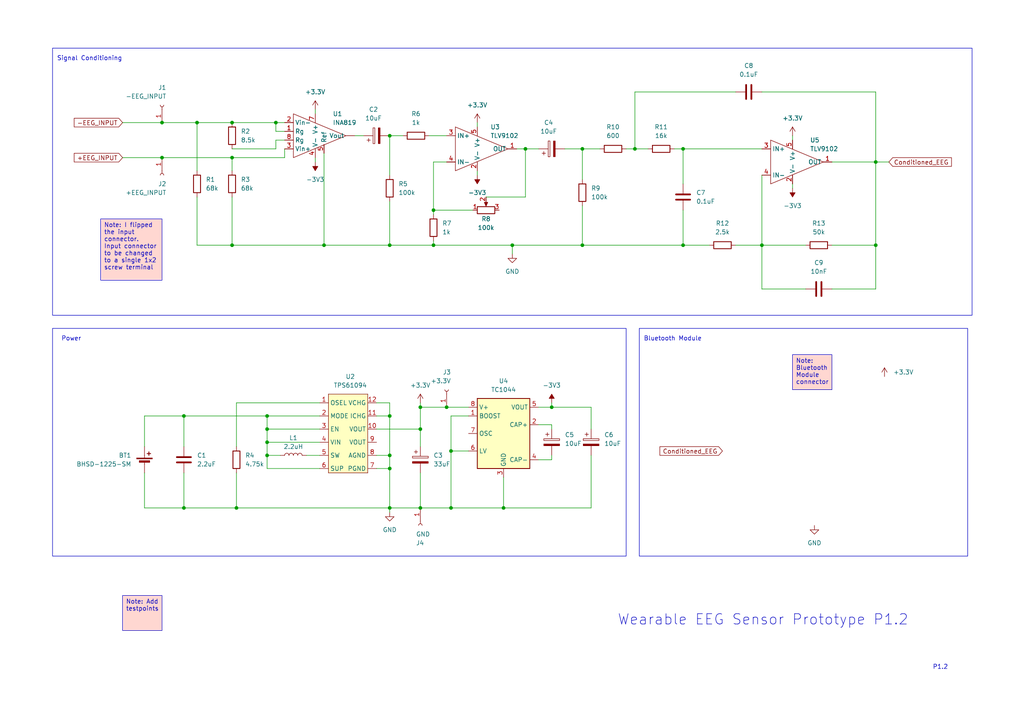
<source format=kicad_sch>
(kicad_sch (version 20230121) (generator eeschema)
  (paper "A4")
  (lib_symbols
    (symbol "Connector:Conn_01x01_Socket" (pin_names (offset 1.016) hide)
      (property "Reference" "J" (at 0 2.54 0))
      (property "Value" "Conn_01x01_Socket" (at 0 -2.54 0))
      (symbol "Conn_01x01_Socket_1_1"
        (polyline (pts (xy -1.27 0) (xy -0.508 0)) (stroke (width 0.1524)))
        (arc (start 0 0.508) (mid -0.5058 0) (end 0 -0.508) (stroke (width 0.1524)))
        (pin passive line (at -5.08 0 0) (length 3.81) (name "Pin_1") (number "1"))
      )
    )
    (symbol "Device:Battery_Cell" (pin_numbers hide) (pin_names (offset 0) hide)
      (property "Reference" "BT" (at 2.54 2.54 0))
      (property "Value" "Battery_Cell" (at 2.54 0 0))
      (symbol "Battery_Cell_0_1"
        (rectangle (start -2.286 1.778) (end 2.286 1.524) (fill (type outline)))
        (rectangle (start -1.524 1.016) (end 1.524 0.508) (fill (type outline)))
        (polyline (pts (xy 0 0.762) (xy 0 0)))
        (polyline (pts (xy 0 1.778) (xy 0 2.54)))
        (polyline (pts (xy 0.762 3.048) (xy 1.778 3.048)) (stroke (width 0.254)))
        (polyline (pts (xy 1.27 3.556) (xy 1.27 2.54)) (stroke (width 0.254)))
      )
      (symbol "Battery_Cell_1_1"
        (pin passive line (at 0 5.08 270) (length 2.54) (name "+") (number "1"))
        (pin passive line (at 0 -2.54 90) (length 2.54) (name "-") (number "2"))
      )
    )
    (symbol "Device:C" (pin_numbers hide) (pin_names (offset 0.254))
      (property "Reference" "C" (at 0.635 2.54 0))
      (property "Value" "C" (at 0.635 -2.54 0))
      (symbol "C_0_1"
        (polyline (pts (xy -2.032 -0.762) (xy 2.032 -0.762)) (stroke (width 0.508)))
        (polyline (pts (xy -2.032 0.762) (xy 2.032 0.762)) (stroke (width 0.508)))
      )
      (symbol "C_1_1"
        (pin passive line (at 0 3.81 270) (length 2.794) (name "~") (number "1"))
        (pin passive line (at 0 -3.81 90) (length 2.794) (name "~") (number "2"))
      )
    )
    (symbol "Device:C_Polarized" (pin_numbers hide) (pin_names (offset 0.254))
      (property "Reference" "C" (at 0.635 2.54 0))
      (property "Value" "C_Polarized" (at 0.635 -2.54 0))
      (symbol "C_Polarized_0_1"
        (rectangle (start -2.286 0.508) (end 2.286 1.016))
        (polyline (pts (xy -1.778 2.286) (xy -0.762 2.286)))
        (polyline (pts (xy -1.27 2.794) (xy -1.27 1.778)))
        (rectangle (start 2.286 -0.508) (end -2.286 -1.016) (fill (type outline)))
      )
      (symbol "C_Polarized_1_1"
        (pin passive line (at 0 3.81 270) (length 2.794) (name "~") (number "1"))
        (pin passive line (at 0 -3.81 90) (length 2.794) (name "~") (number "2"))
      )
    )
    (symbol "Device:L" (pin_numbers hide) (pin_names (offset 1.016) hide)
      (property "Reference" "L" (at -1.27 0 90))
      (property "Value" "L" (at 1.905 0 90))
      (symbol "L_0_1"
        (arc (start 0 -2.54) (mid 0.6323 -1.905) (end 0 -1.27))
        (arc (start 0 -1.27) (mid 0.6323 -0.635) (end 0 0))
        (arc (start 0 0) (mid 0.6323 0.635) (end 0 1.27))
        (arc (start 0 1.27) (mid 0.6323 1.905) (end 0 2.54))
      )
      (symbol "L_1_1"
        (pin passive line (at 0 3.81 270) (length 1.27) (name "1") (number "1"))
        (pin passive line (at 0 -3.81 90) (length 1.27) (name "2") (number "2"))
      )
    )
    (symbol "Device:R" (pin_numbers hide) (pin_names (offset 0))
      (property "Reference" "R" (at 2.032 0 90))
      (property "Value" "R" (at 0 0 90))
      (symbol "R_0_1"
        (rectangle (start -1.016 -2.54) (end 1.016 2.54) (stroke (width 0.254)))
      )
      (symbol "R_1_1"
        (pin passive line (at 0 3.81 270) (length 1.27) (name "~") (number "1"))
        (pin passive line (at 0 -3.81 90) (length 1.27) (name "~") (number "2"))
      )
    )
    (symbol "Device:R_Potentiometer" (pin_names (offset 1.016) hide)
      (property "Reference" "RV" (at -4.445 0 90))
      (property "Value" "R_Potentiometer" (at -2.54 0 90))
      (symbol "R_Potentiometer_0_1"
        (polyline (pts (xy 2.54 0) (xy 1.524 0)))
        (polyline (pts (xy 1.143 0) (xy 2.286 0.508) (xy 2.286 -0.508) (xy 1.143 0)) (fill (type outline)))
        (rectangle (start 1.016 2.54) (end -1.016 -2.54) (stroke (width 0.254)))
      )
      (symbol "R_Potentiometer_1_1"
        (pin passive line (at 0 3.81 270) (length 1.27) (name "1") (number "1"))
        (pin passive line (at 3.81 0 180) (length 1.27) (name "2") (number "2"))
        (pin passive line (at 0 -3.81 90) (length 1.27) (name "3") (number "3"))
      )
    )
    (symbol "My_Library:INA118"
      (property "Reference" "U" (at 3.81 6.35 0))
      (symbol "INA118_0_1"
        (polyline (pts (xy -5.08 5.08) (xy -5.08 -6.35) (xy 10.16 0) (xy -5.08 6.35) (xy -5.08 5.08)))
      )
      (symbol "INA118_1_0"
        (pin bidirectional line (at 12.7 0 180) (length 2.54) (name "Vout") (number ""))
        (pin bidirectional line (at -7.62 1.27 0) (length 2.54) (name "Rg") (number "1"))
        (pin input line (at -7.62 3.81 0) (length 2.54) (name "Vin-") (number "2"))
        (pin input line (at -7.62 -3.81 0) (length 2.54) (name "Vin+") (number "3"))
        (pin bidirectional line (at 1.27 -6.35 90) (length 2.54) (name "V-") (number "4"))
        (pin bidirectional line (at 3.81 -5.08 90) (length 2.54) (name "Ref") (number "5"))
        (pin bidirectional line (at 1.27 6.35 270) (length 2.54) (name "V+") (number "7"))
        (pin bidirectional line (at -7.62 -1.27 0) (length 2.54) (name "Rg") (number "8"))
      )
    )
    (symbol "My_Library:TLV9101"
      (property "Reference" "U" (at 0 8.89 0))
      (symbol "TLV9101_0_1"
        (polyline (pts (xy 0 7.62) (xy 0 -5.08) (xy 15.24 1.27) (xy 0 7.62)))
      )
      (symbol "TLV9101_1_0"
        (pin output line (at 17.78 1.27 180) (length 2.54) (name "OUT") (number "1"))
        (pin input line (at 6.35 -5.08 90) (length 2.54) (name "V-") (number "2"))
        (pin input line (at -2.54 5.08 0) (length 2.54) (name "IN+") (number "3"))
        (pin input line (at -2.54 -2.54 0) (length 2.54) (name "IN-") (number "4"))
        (pin input line (at 6.35 7.62 270) (length 2.54) (name "V+") (number "5"))
      )
    )
    (symbol "My_Library:TPS61094"
      (property "Reference" "U1" (at 1.27 5.08 0))
      (property "Value" "TPS61094" (at 1.27 2.54 0))
      (symbol "TPS61094_1_1"
        (polyline (pts (xy -5.08 0) (xy -5.08 -22.86) (xy 6.35 -22.86) (xy 6.35 0) (xy -5.08 0)) (fill (type background)))
        (pin input line (at -7.62 -2.54 0) (length 2.54) (name "OSEL") (number "1"))
        (pin output line (at 8.89 -10.16 180) (length 2.54) (name "VOUT") (number "10"))
        (pin input line (at 8.89 -6.35 180) (length 2.54) (name "ICHG") (number "11"))
        (pin input line (at 8.89 -2.54 180) (length 2.54) (name "VCHG") (number "12"))
        (pin input line (at -7.62 -6.35 0) (length 2.54) (name "MODE") (number "2"))
        (pin input line (at -7.62 -10.16 0) (length 2.54) (name "EN") (number "3"))
        (pin input line (at -7.62 -13.97 0) (length 2.54) (name "VIN") (number "4"))
        (pin input line (at -7.62 -17.78 0) (length 2.54) (name "SW") (number "5"))
        (pin input line (at -7.62 -21.59 0) (length 2.54) (name "SUP") (number "6"))
        (pin output line (at 8.89 -21.59 180) (length 2.54) (name "PGND") (number "7"))
        (pin output line (at 8.89 -17.78 180) (length 2.54) (name "AGND") (number "8"))
        (pin output line (at 8.89 -13.97 180) (length 2.54) (name "VOUT") (number "9"))
      )
    )
    (symbol "Regulator_SwitchedCapacitor:LTC1044"
      (property "Reference" "U" (at -6.35 11.43 0))
      (property "Value" "LTC1044" (at 3.81 11.43 0))
      (symbol "LTC1044_0_1"
        (rectangle (start -7.62 10.16) (end 7.62 -10.16) (stroke (width 0.254)) (fill (type background)))
      )
      (symbol "LTC1044_1_1"
        (pin input line (at -10.16 5.08 0) (length 2.54) (name "BOOST") (number "1"))
        (pin input line (at 10.16 2.54 180) (length 2.54) (name "CAP+") (number "2"))
        (pin power_in line (at 0 -12.7 90) (length 2.54) (name "GND") (number "3"))
        (pin input line (at 10.16 -7.62 180) (length 2.54) (name "CAP-") (number "4"))
        (pin power_out line (at 10.16 7.62 180) (length 2.54) (name "VOUT") (number "5"))
        (pin input line (at -10.16 -5.08 0) (length 2.54) (name "LV") (number "6"))
        (pin input line (at -10.16 0 0) (length 2.54) (name "OSC") (number "7"))
        (pin power_in line (at -10.16 7.62 0) (length 2.54) (name "V+") (number "8"))
      )
    )
    (symbol "power:+3.3V" (power) (pin_names (offset 0))
      (property "Value" "+3.3V" (at 0 3.556 0))
      (symbol "+3.3V_0_1"
        (polyline (pts (xy -0.762 1.27) (xy 0 2.54)))
        (polyline (pts (xy 0 0) (xy 0 2.54)))
        (polyline (pts (xy 0 2.54) (xy 0.762 1.27)))
      )
      (symbol "+3.3V_1_1"
        (pin power_in line (at 0 0 90) (length 0) hide (name "+3.3V") (number "1"))
      )
    )
    (symbol "power:-3V3" (power) (pin_names (offset 0))
      (property "Value" "-3V3" (at 0 3.81 0))
      (symbol "-3V3_0_0"
        (pin power_in line (at 0 0 90) (length 0) hide (name "-3V3") (number "1"))
      )
      (symbol "-3V3_0_1"
        (polyline (pts (xy 0 0) (xy 0 1.27) (xy 0.762 1.27) (xy 0 2.54) (xy -0.762 1.27) (xy 0 1.27)) (fill (type outline)))
      )
    )
    (symbol "power:GND" (power) (pin_names (offset 0))
      (property "Value" "GND" (at 0 -3.81 0))
      (symbol "GND_0_1"
        (polyline (pts (xy 0 0) (xy 0 -1.27) (xy 1.27 -1.27) (xy 0 -2.54) (xy -1.27 -1.27) (xy 0 -1.27)))
      )
      (symbol "GND_1_1"
        (pin power_in line (at 0 0 270) (length 0) hide (name "GND") (number "1"))
      )
    )
  )
  (junction (at 125.73 71.12))
  (junction (at 46.99 45.72))
  (junction (at 67.31 71.12))
  (junction (at 113.03 39.37))
  (junction (at 130.81 130.81))
  (junction (at 125.73 60.96))
  (junction (at 130.81 147.32))
  (junction (at 53.34 120.65))
  (junction (at 77.47 128.27))
  (junction (at 198.12 43.18))
  (junction (at 168.91 71.12))
  (junction (at 68.58 147.32))
  (junction (at 77.47 120.65))
  (junction (at 198.12 71.12))
  (junction (at 254 71.12))
  (junction (at 168.91 43.18))
  (junction (at 148.59 71.12))
  (junction (at 113.03 147.32))
  (junction (at 113.03 135.89))
  (junction (at 121.92 118.11))
  (junction (at 46.99 35.56))
  (junction (at 113.03 120.65))
  (junction (at 220.98 71.12))
  (junction (at 152.4 43.18))
  (junction (at 113.03 132.08))
  (junction (at 67.31 35.56))
  (junction (at 121.92 147.32))
  (junction (at 129.54 118.11))
  (junction (at 77.47 124.46))
  (junction (at 146.05 147.32))
  (junction (at 113.03 71.12))
  (junction (at 53.34 147.32))
  (junction (at 93.98 71.12))
  (junction (at 67.31 45.72))
  (junction (at 254 46.99))
  (junction (at 184.15 43.18))
  (junction (at 80.01 35.56))
  (junction (at 121.92 124.46))
  (junction (at 57.15 35.56))
  (junction (at 160.02 118.11))
  (junction (at 77.47 132.08))
  (wire (pts (xy 241.3 46.99) (xy 254 46.99)))
  (wire (pts (xy 140.97 57.15) (xy 152.4 57.15)))
  (wire (pts (xy 41.91 120.65) (xy 53.34 120.65)))
  (wire (pts (xy 125.73 60.96) (xy 137.16 60.96)))
  (wire (pts (xy 57.15 49.53) (xy 57.15 35.56)))
  (wire (pts (xy 152.4 43.18) (xy 152.4 57.15)))
  (wire (pts (xy 109.22 124.46) (xy 121.92 124.46)))
  (wire (pts (xy 121.92 147.32) (xy 130.81 147.32)))
  (wire (pts (xy 220.98 71.12) (xy 220.98 83.82)))
  (wire (pts (xy 213.36 26.67) (xy 184.15 26.67)))
  (wire (pts (xy 254 46.99) (xy 257.81 46.99)))
  (wire (pts (xy 57.15 35.56) (xy 67.31 35.56)))
  (wire (pts (xy 109.22 120.65) (xy 113.03 120.65)))
  (wire (pts (xy 113.03 71.12) (xy 125.73 71.12)))
  (wire (pts (xy 77.47 128.27) (xy 77.47 124.46)))
  (wire (pts (xy 160.02 118.11) (xy 171.45 118.11)))
  (wire (pts (xy 80.01 43.18) (xy 80.01 40.64)))
  (wire (pts (xy 91.44 46.99) (xy 91.44 45.72)))
  (wire (pts (xy 113.03 148.59) (xy 113.03 147.32)))
  (wire (pts (xy 77.47 132.08) (xy 77.47 128.27)))
  (wire (pts (xy 113.03 39.37) (xy 116.84 39.37)))
  (wire (pts (xy 121.92 137.16) (xy 121.92 147.32)))
  (wire (pts (xy 35.56 45.72) (xy 46.99 45.72)))
  (wire (pts (xy 125.73 69.85) (xy 125.73 71.12)))
  (wire (pts (xy 125.73 46.99) (xy 125.73 60.96)))
  (wire (pts (xy 102.87 39.37) (xy 105.41 39.37)))
  (wire (pts (xy 213.36 71.12) (xy 220.98 71.12)))
  (wire (pts (xy 198.12 43.18) (xy 198.12 53.34)))
  (wire (pts (xy 254 46.99) (xy 254 71.12)))
  (wire (pts (xy 229.87 39.37) (xy 229.87 40.64)))
  (wire (pts (xy 135.89 120.65) (xy 130.81 120.65)))
  (wire (pts (xy 121.92 124.46) (xy 121.92 129.54)))
  (wire (pts (xy 88.9 132.08) (xy 92.71 132.08)))
  (wire (pts (xy 77.47 135.89) (xy 77.47 132.08)))
  (wire (pts (xy 77.47 124.46) (xy 92.71 124.46)))
  (wire (pts (xy 168.91 43.18) (xy 173.99 43.18)))
  (wire (pts (xy 160.02 116.84) (xy 160.02 118.11)))
  (wire (pts (xy 46.99 45.72) (xy 67.31 45.72)))
  (wire (pts (xy 109.22 116.84) (xy 113.03 116.84)))
  (wire (pts (xy 121.92 147.32) (xy 113.03 147.32)))
  (wire (pts (xy 67.31 57.15) (xy 67.31 71.12)))
  (wire (pts (xy 57.15 71.12) (xy 67.31 71.12)))
  (wire (pts (xy 80.01 35.56) (xy 80.01 38.1)))
  (wire (pts (xy 93.98 44.45) (xy 93.98 71.12)))
  (wire (pts (xy 68.58 116.84) (xy 68.58 129.54)))
  (wire (pts (xy 168.91 43.18) (xy 168.91 52.07)))
  (wire (pts (xy 171.45 132.08) (xy 171.45 147.32)))
  (wire (pts (xy 220.98 50.8) (xy 220.98 71.12)))
  (wire (pts (xy 160.02 132.08) (xy 160.02 133.35)))
  (wire (pts (xy 149.86 43.18) (xy 152.4 43.18)))
  (wire (pts (xy 67.31 43.18) (xy 80.01 43.18)))
  (wire (pts (xy 82.55 45.72) (xy 82.55 43.18)))
  (wire (pts (xy 229.87 54.61) (xy 229.87 53.34)))
  (wire (pts (xy 160.02 118.11) (xy 156.21 118.11)))
  (wire (pts (xy 68.58 116.84) (xy 92.71 116.84)))
  (wire (pts (xy 57.15 57.15) (xy 57.15 71.12)))
  (wire (pts (xy 113.03 132.08) (xy 109.22 132.08)))
  (wire (pts (xy 138.43 35.56) (xy 138.43 36.83)))
  (wire (pts (xy 53.34 147.32) (xy 53.34 137.16)))
  (wire (pts (xy 113.03 135.89) (xy 113.03 147.32)))
  (wire (pts (xy 113.03 58.42) (xy 113.03 71.12)))
  (wire (pts (xy 148.59 71.12) (xy 168.91 71.12)))
  (wire (pts (xy 195.58 43.18) (xy 198.12 43.18)))
  (wire (pts (xy 113.03 120.65) (xy 113.03 132.08)))
  (wire (pts (xy 67.31 45.72) (xy 82.55 45.72)))
  (wire (pts (xy 168.91 71.12) (xy 198.12 71.12)))
  (wire (pts (xy 35.56 35.56) (xy 46.99 35.56)))
  (wire (pts (xy 160.02 124.46) (xy 160.02 123.19)))
  (wire (pts (xy 113.03 135.89) (xy 109.22 135.89)))
  (wire (pts (xy 80.01 38.1) (xy 82.55 38.1)))
  (wire (pts (xy 80.01 35.56) (xy 82.55 35.56)))
  (wire (pts (xy 46.99 35.56) (xy 57.15 35.56)))
  (wire (pts (xy 41.91 137.16) (xy 41.91 147.32)))
  (wire (pts (xy 160.02 133.35) (xy 156.21 133.35)))
  (wire (pts (xy 160.02 123.19) (xy 156.21 123.19)))
  (wire (pts (xy 93.98 71.12) (xy 113.03 71.12)))
  (wire (pts (xy 77.47 128.27) (xy 92.71 128.27)))
  (wire (pts (xy 113.03 116.84) (xy 113.03 120.65)))
  (wire (pts (xy 81.28 132.08) (xy 77.47 132.08)))
  (wire (pts (xy 67.31 71.12) (xy 93.98 71.12)))
  (wire (pts (xy 220.98 26.67) (xy 254 26.67)))
  (wire (pts (xy 53.34 120.65) (xy 53.34 129.54)))
  (wire (pts (xy 254 46.99) (xy 254 26.67)))
  (wire (pts (xy 198.12 43.18) (xy 220.98 43.18)))
  (wire (pts (xy 130.81 130.81) (xy 130.81 147.32)))
  (wire (pts (xy 181.61 43.18) (xy 184.15 43.18)))
  (wire (pts (xy 77.47 124.46) (xy 77.47 120.65)))
  (wire (pts (xy 198.12 60.96) (xy 198.12 71.12)))
  (wire (pts (xy 113.03 50.8) (xy 113.03 39.37)))
  (wire (pts (xy 163.83 43.18) (xy 168.91 43.18)))
  (wire (pts (xy 220.98 83.82) (xy 233.68 83.82)))
  (wire (pts (xy 41.91 129.54) (xy 41.91 120.65)))
  (wire (pts (xy 91.44 31.75) (xy 91.44 33.02)))
  (wire (pts (xy 241.3 83.82) (xy 254 83.82)))
  (wire (pts (xy 68.58 137.16) (xy 68.58 147.32)))
  (wire (pts (xy 41.91 147.32) (xy 53.34 147.32)))
  (wire (pts (xy 121.92 118.11) (xy 121.92 124.46)))
  (wire (pts (xy 146.05 138.43) (xy 146.05 147.32)))
  (wire (pts (xy 53.34 147.32) (xy 68.58 147.32)))
  (wire (pts (xy 125.73 60.96) (xy 125.73 62.23)))
  (wire (pts (xy 138.43 50.8) (xy 138.43 49.53)))
  (wire (pts (xy 129.54 118.11) (xy 135.89 118.11)))
  (wire (pts (xy 152.4 43.18) (xy 156.21 43.18)))
  (wire (pts (xy 121.92 116.84) (xy 121.92 118.11)))
  (wire (pts (xy 171.45 124.46) (xy 171.45 118.11)))
  (wire (pts (xy 135.89 130.81) (xy 130.81 130.81)))
  (wire (pts (xy 67.31 35.56) (xy 80.01 35.56)))
  (wire (pts (xy 130.81 120.65) (xy 130.81 130.81)))
  (wire (pts (xy 198.12 71.12) (xy 205.74 71.12)))
  (wire (pts (xy 168.91 59.69) (xy 168.91 71.12)))
  (wire (pts (xy 67.31 49.53) (xy 67.31 45.72)))
  (wire (pts (xy 53.34 120.65) (xy 77.47 120.65)))
  (wire (pts (xy 125.73 71.12) (xy 148.59 71.12)))
  (wire (pts (xy 148.59 73.66) (xy 148.59 71.12)))
  (wire (pts (xy 241.3 71.12) (xy 254 71.12)))
  (wire (pts (xy 77.47 120.65) (xy 92.71 120.65)))
  (wire (pts (xy 184.15 26.67) (xy 184.15 43.18)))
  (wire (pts (xy 80.01 40.64) (xy 82.55 40.64)))
  (wire (pts (xy 124.46 39.37) (xy 129.54 39.37)))
  (wire (pts (xy 254 71.12) (xy 254 83.82)))
  (wire (pts (xy 92.71 135.89) (xy 77.47 135.89)))
  (wire (pts (xy 121.92 118.11) (xy 129.54 118.11)))
  (wire (pts (xy 233.68 71.12) (xy 220.98 71.12)))
  (wire (pts (xy 130.81 147.32) (xy 146.05 147.32)))
  (wire (pts (xy 146.05 147.32) (xy 171.45 147.32)))
  (wire (pts (xy 68.58 147.32) (xy 113.03 147.32)))
  (wire (pts (xy 113.03 132.08) (xy 113.03 135.89)))
  (wire (pts (xy 184.15 43.18) (xy 187.96 43.18)))
  (wire (pts (xy 125.73 46.99) (xy 129.54 46.99)))
  (rectangle (start 15.24 95.25) (end 181.61 161.29))
  (rectangle (start 185.42 95.25) (end 280.67 161.29))
  (rectangle (start 15.24 13.97) (end 281.94 91.44))
  (text_box "Note: Bluetooth Module connector" (at 229.87 102.87 0) (size 11.43 10.16) (fill (type color) (color 255 215 209 1)) (effects (font (size 1.27 1.27)) (justify left top)))
  (text_box "Note: Add testpoints" (at 35.56 172.72 0) (size 11.43 10.16) (fill (type color) (color 255 215 209 1)) (effects (font (size 1.27 1.27)) (justify left top)))
  (text_box "Note: I flipped the input connector. Input connector to be changed to a single 1x2 screw terminal" (at 29.21 63.5 0) (size 17.78 17.78) (fill (type color) (color 255 215 209 1)) (effects (font (size 1.27 1.27)) (justify left top)))
  (text "Wearable EEG Sensor Prototype P1.2" (at 179.07 181.61 0) (effects (font (size 3 3)) (justify left bottom)))
  (text "Power" (at 17.78 99.06 0) (effects (font (size 1.27 1.27)) (justify left bottom)))
  (text "Bluetooth Module" (at 186.69 99.06 0) (effects (font (size 1.27 1.27)) (justify left bottom)))
  (text "P1.2" (at 270.51 194.31 0) (effects (font (size 1.27 1.27)) (justify left bottom)))
  (text "Signal Conditioning" (at 16.51 17.78 0) (effects (font (size 1.27 1.27)) (justify left bottom)))
  (global_label "Conditioned_EEG" (shape input) (at 257.81 46.99 0) (property "Intersheetrefs" "${INTERSHEET_REFS}" (effects hide)))
  (global_label "Conditioned_EEG" (shape input) (at 209.55 130.81 180) (property "Intersheetrefs" "${INTERSHEET_REFS}" (effects hide)))
  (global_label "+EEG_INPUT" (shape input) (at 35.56 45.72 180) (property "Intersheetrefs" "${INTERSHEET_REFS}" (effects hide)))
  (global_label "-EEG_INPUT" (shape input) (at 35.56 35.56 180) (property "Intersheetrefs" "${INTERSHEET_REFS}" (effects hide)))
  (symbol (lib_id "My_Library:INA118") (at 90.17 39.37 0) (unit 1)
    (property "Reference" "U1" (at 96.52 33.02 0) (effects (justify left)))
    (property "Value" "INA819" (at 96.52 35.56 0) (effects (justify left)))
  )
  (symbol (lib_id "Device:R") (at 67.31 53.34 0) (unit 1)
    (property "Reference" "R3" (at 69.85 52.07 0) (effects (justify left)))
    (property "Value" "68k" (at 69.85 54.61 0) (effects (justify left)))
    (property "Footprint" "Resistor_THT:R_Axial_DIN0207_L6.3mm_D2.5mm_P10.16mm_Horizontal" (effects hide))
  )
  (symbol (lib_id "Connector:Conn_01x01_Socket") (at 46.99 30.48 270) (mirror x) (unit 1)
    (property "Reference" "J1" (at 48.26 25.4 90) (effects (justify right)))
    (property "Value" "-EEG_INPUT" (at 48.26 27.94 90) (effects (justify right)))
  )
  (symbol (lib_id "power:+3.3V") (at 138.43 35.56 0) (unit 1)
    (property "Reference" "#PWR02" (effects hide))
    (property "Value" "+3.3V" (at 138.43 30.48 0))
  )
  (symbol (lib_id "Device:R") (at 113.03 54.61 0) (unit 1)
    (property "Reference" "R5" (at 115.57 53.34 0) (effects (justify left)))
    (property "Value" "100k" (at 115.57 55.88 0) (effects (justify left)))
    (property "Footprint" "Resistor_THT:R_Axial_DIN0207_L6.3mm_D2.5mm_P10.16mm_Horizontal" (effects hide))
  )
  (symbol (lib_id "power:+3.3V") (at 256.54 109.22 0) (unit 1)
    (property "Reference" "#PWR013" (effects hide))
    (property "Value" "+3.3V" (at 259.08 107.95 0) (effects (justify left)))
  )
  (symbol (lib_id "Device:R_Potentiometer") (at 140.97 60.96 90) (unit 1)
    (property "Reference" "R8" (at 140.97 63.5 90))
    (property "Value" "100k" (at 140.97 66.04 90))
    (property "Footprint" "Resistor_THT:R_Axial_DIN0207_L6.3mm_D2.5mm_P10.16mm_Horizontal" (effects hide))
  )
  (symbol (lib_id "Device:Battery_Cell") (at 41.91 134.62 0) (unit 1)
    (property "Reference" "BT1" (at 38.1 132.08 0) (effects (justify right)))
    (property "Value" "BHSD-1225-SM" (at 38.1 134.62 0) (effects (justify right)))
  )
  (symbol (lib_id "power:-3V3") (at 91.44 46.99 180) (unit 1)
    (property "Reference" "#PWR09" (effects hide))
    (property "Value" "-3V3" (at 91.44 52.07 0))
  )
  (symbol (lib_id "Device:R") (at 67.31 39.37 0) (unit 1)
    (property "Reference" "R2" (at 69.85 38.1 0) (effects (justify left)))
    (property "Value" "8.5k" (at 69.85 40.64 0) (effects (justify left)))
    (property "Footprint" "Resistor_THT:R_Axial_DIN0207_L6.3mm_D2.5mm_P10.16mm_Horizontal" (effects hide))
  )
  (symbol (lib_id "Device:R") (at 120.65 39.37 90) (unit 1)
    (property "Reference" "R6" (at 120.65 33.02 90))
    (property "Value" "1k" (at 120.65 35.56 90))
    (property "Footprint" "Resistor_THT:R_Axial_DIN0207_L6.3mm_D2.5mm_P10.16mm_Horizontal" (effects hide))
  )
  (symbol (lib_id "Device:C_Polarized") (at 109.22 39.37 90) (unit 1)
    (property "Reference" "C2" (at 108.331 31.75 90))
    (property "Value" "10uF" (at 108.331 34.29 90))
    (property "Footprint" "Capacitor_THT:CP_Radial_D5.0mm_P2.50mm" (effects hide))
  )
  (symbol (lib_id "power:+3.3V") (at 121.92 116.84 0) (unit 1)
    (property "Reference" "#PWR04" (effects hide))
    (property "Value" "+3.3V" (at 121.92 111.76 0))
  )
  (symbol (lib_id "power:-3V3") (at 138.43 50.8 180) (unit 1)
    (property "Reference" "#PWR08" (effects hide))
    (property "Value" "-3V3" (at 138.43 55.88 0))
  )
  (symbol (lib_id "Device:C_Polarized") (at 160.02 128.27 0) (unit 1)
    (property "Reference" "C5" (at 163.83 126.111 0) (effects (justify left)))
    (property "Value" "10uF" (at 163.83 128.651 0) (effects (justify left)))
    (property "Footprint" "Capacitor_THT:CP_Radial_D5.0mm_P2.50mm" (effects hide))
  )
  (symbol (lib_id "Connector:Conn_01x01_Socket") (at 129.54 113.03 270) (mirror x) (unit 1)
    (property "Reference" "J3" (at 130.81 107.95 90) (effects (justify right)))
    (property "Value" "+3.3V" (at 130.81 110.49 90) (effects (justify right)))
  )
  (symbol (lib_id "Device:C") (at 53.34 133.35 0) (unit 1)
    (property "Reference" "C1" (at 57.15 132.08 0) (effects (justify left)))
    (property "Value" "2.2uF" (at 57.15 134.62 0) (effects (justify left)))
    (property "Footprint" "Capacitor_THT:C_Rect_L7.0mm_W4.5mm_P5.00mm" (effects hide))
  )
  (symbol (lib_id "Regulator_SwitchedCapacitor:LTC1044") (at 146.05 125.73 0) (unit 1)
    (property "Reference" "U4" (at 146.05 110.49 0))
    (property "Value" "TC1044" (at 146.05 113.03 0))
    (property "Datasheet" "https://www.analog.com/media/en/technical-documentation/data-sheets/lt1044.pdf" (effects hide))
  )
  (symbol (lib_id "My_Library:TLV9101") (at 132.08 44.45 0) (unit 1)
    (property "Reference" "U3" (at 142.24 36.83 0) (effects (justify left)))
    (property "Value" "TLV9102" (at 142.24 39.37 0) (effects (justify left)))
  )
  (symbol (lib_id "power:+3.3V") (at 91.44 31.75 0) (unit 1)
    (property "Reference" "#PWR01" (effects hide))
    (property "Value" "+3.3V" (at 91.44 26.67 0))
  )
  (symbol (lib_id "power:GND") (at 148.59 73.66 0) (unit 1)
    (property "Reference" "#PWR07" (effects hide))
    (property "Value" "GND" (at 148.59 78.74 0))
  )
  (symbol (lib_id "power:GND") (at 113.03 148.59 0) (unit 1)
    (property "Reference" "#PWR03" (effects hide))
    (property "Value" "GND" (at 113.03 153.67 0))
  )
  (symbol (lib_id "Device:R") (at 68.58 133.35 0) (unit 1)
    (property "Reference" "R4" (at 71.12 132.08 0) (effects (justify left)))
    (property "Value" "4.75k" (at 71.12 134.62 0) (effects (justify left)))
    (property "Footprint" "Resistor_THT:R_Axial_DIN0207_L6.3mm_D2.5mm_P10.16mm_Horizontal" (effects hide))
  )
  (symbol (lib_id "Device:L") (at 85.09 132.08 90) (unit 1)
    (property "Reference" "L1" (at 85.09 127 90))
    (property "Value" "2.2uH" (at 85.09 129.54 90))
  )
  (symbol (lib_id "Device:R") (at 191.77 43.18 90) (unit 1)
    (property "Reference" "R11" (at 191.77 36.83 90))
    (property "Value" "16k" (at 191.77 39.37 90))
    (property "Footprint" "Resistor_THT:R_Axial_DIN0207_L6.3mm_D2.5mm_P10.16mm_Horizontal" (effects hide))
  )
  (symbol (lib_id "Device:R") (at 209.55 71.12 270) (unit 1)
    (property "Reference" "R12" (at 209.55 64.77 90))
    (property "Value" "2.5k" (at 209.55 67.31 90))
    (property "Footprint" "Resistor_THT:R_Axial_DIN0207_L6.3mm_D2.5mm_P10.16mm_Horizontal" (effects hide))
  )
  (symbol (lib_id "Device:C_Polarized") (at 171.45 128.27 0) (unit 1)
    (property "Reference" "C6" (at 175.26 126.111 0) (effects (justify left)))
    (property "Value" "10uF" (at 175.26 128.651 0) (effects (justify left)))
    (property "Footprint" "Capacitor_THT:CP_Radial_D5.0mm_P2.50mm" (effects hide))
  )
  (symbol (lib_id "Device:C_Polarized") (at 160.02 43.18 90) (unit 1)
    (property "Reference" "C4" (at 159.131 35.56 90))
    (property "Value" "10uF" (at 159.131 38.1 90))
    (property "Footprint" "Capacitor_THT:CP_Radial_D5.0mm_P2.50mm" (effects hide))
  )
  (symbol (lib_id "power:+3.3V") (at 229.87 39.37 0) (unit 1)
    (property "Reference" "#PWR05" (effects hide))
    (property "Value" "+3.3V" (at 229.87 34.29 0))
  )
  (symbol (lib_id "power:-3V3") (at 160.02 116.84 0) (unit 1)
    (property "Reference" "#PWR010" (effects hide))
    (property "Value" "-3V3" (at 160.02 111.76 0))
  )
  (symbol (lib_id "Device:R") (at 125.73 66.04 180) (unit 1)
    (property "Reference" "R7" (at 128.27 64.77 0) (effects (justify right)))
    (property "Value" "1k" (at 128.27 67.31 0) (effects (justify right)))
    (property "Footprint" "Resistor_THT:R_Axial_DIN0207_L6.3mm_D2.5mm_P10.16mm_Horizontal" (effects hide))
  )
  (symbol (lib_id "Connector:Conn_01x01_Socket") (at 46.99 50.8 90) (mirror x) (unit 1)
    (property "Reference" "J2" (at 48.26 53.34 90) (effects (justify left)))
    (property "Value" "+EEG_INPUT" (at 48.26 55.88 90) (effects (justify left)))
  )
  (symbol (lib_id "Connector:Conn_01x01_Socket") (at 121.92 152.4 90) (mirror x) (unit 1)
    (property "Reference" "J4" (at 120.65 157.48 90) (effects (justify right)))
    (property "Value" "GND" (at 120.65 154.94 90) (effects (justify right)))
  )
  (symbol (lib_id "Device:C") (at 198.12 57.15 180) (unit 1)
    (property "Reference" "C7" (at 201.93 55.88 0) (effects (justify right)))
    (property "Value" "0.1uF" (at 201.93 58.42 0) (effects (justify right)))
    (property "Footprint" "Capacitor_THT:C_Rect_L7.0mm_W4.5mm_P5.00mm" (effects hide))
  )
  (symbol (lib_id "Device:C_Polarized") (at 121.92 133.35 0) (unit 1)
    (property "Reference" "C3" (at 125.73 132.08 0) (effects (justify left)))
    (property "Value" "33uF" (at 125.73 134.62 0) (effects (justify left)))
    (property "Footprint" "Capacitor_THT:CP_Radial_D8.0mm_P5.00mm" (effects hide))
  )
  (symbol (lib_id "Device:R") (at 177.8 43.18 90) (unit 1)
    (property "Reference" "R10" (at 177.8 36.83 90))
    (property "Value" "600" (at 177.8 39.37 90))
    (property "Footprint" "Resistor_THT:R_Axial_DIN0207_L6.3mm_D2.5mm_P10.16mm_Horizontal" (effects hide))
  )
  (symbol (lib_id "Device:R") (at 168.91 55.88 0) (unit 1)
    (property "Reference" "R9" (at 171.45 54.61 0) (effects (justify left)))
    (property "Value" "100k" (at 171.45 57.15 0) (effects (justify left)))
    (property "Footprint" "Resistor_THT:R_Axial_DIN0207_L6.3mm_D2.5mm_P10.16mm_Horizontal" (effects hide))
  )
  (symbol (lib_id "Device:R") (at 57.15 53.34 0) (unit 1)
    (property "Reference" "R1" (at 59.69 52.07 0) (effects (justify left)))
    (property "Value" "68k" (at 59.69 54.61 0) (effects (justify left)))
    (property "Footprint" "Resistor_THT:R_Axial_DIN0207_L6.3mm_D2.5mm_P10.16mm_Horizontal" (effects hide))
  )
  (symbol (lib_id "My_Library:TLV9101") (at 223.52 48.26 0) (unit 1)
    (property "Reference" "U5" (at 234.95 40.64 0) (effects (justify left)))
    (property "Value" "TLV9102" (at 234.95 43.18 0) (effects (justify left)))
  )
  (symbol (lib_id "power:GND") (at 236.22 152.4 0) (unit 1)
    (property "Reference" "#PWR011" (effects hide))
    (property "Value" "GND" (at 236.22 157.48 0))
  )
  (symbol (lib_id "My_Library:TPS61094") (at 100.33 114.3 0) (unit 1)
    (property "Reference" "U2" (at 101.6 109.22 0))
    (property "Value" "TPS61094" (at 101.6 111.76 0))
  )
  (symbol (lib_id "power:-3V3") (at 229.87 54.61 180) (unit 1)
    (property "Reference" "#PWR06" (effects hide))
    (property "Value" "-3V3" (at 229.87 59.69 0))
  )
  (symbol (lib_id "Device:C") (at 217.17 26.67 270) (unit 1)
    (property "Reference" "C8" (at 217.17 19.05 90))
    (property "Value" "0.1uF" (at 217.17 21.59 90))
    (property "Footprint" "Capacitor_THT:C_Rect_L7.0mm_W2.5mm_P5.00mm" (effects hide))
  )
  (symbol (lib_id "Device:C") (at 237.49 83.82 270) (unit 1)
    (property "Reference" "C9" (at 237.49 76.2 90))
    (property "Value" "10nF" (at 237.49 78.74 90))
    (property "Footprint" "Capacitor_THT:C_Rect_L7.0mm_W2.5mm_P5.00mm" (effects hide))
  )
  (symbol (lib_id "Device:R") (at 237.49 71.12 270) (unit 1)
    (property "Reference" "R13" (at 237.49 64.77 90))
    (property "Value" "50k" (at 237.49 67.31 90))
    (property "Footprint" "Resistor_THT:R_Axial_DIN0207_L6.3mm_D2.5mm_P10.16mm_Horizontal" (effects hide))
  )
)
</source>
